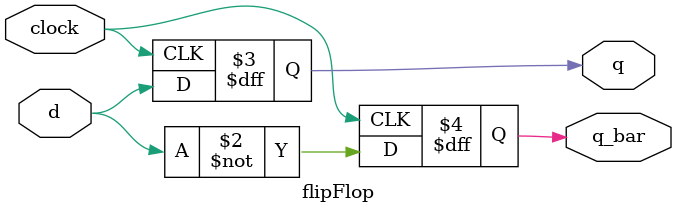
<source format=v>
`timescale 10ps/1ps

module flipFlop(
    input d,clock,
    output q, q_bar);
    reg q,q_bar;

    always @ (posedge clock)
        begin
            #2 q=d;
            #1 q_bar = ~d;
        end
endmodule

</source>
